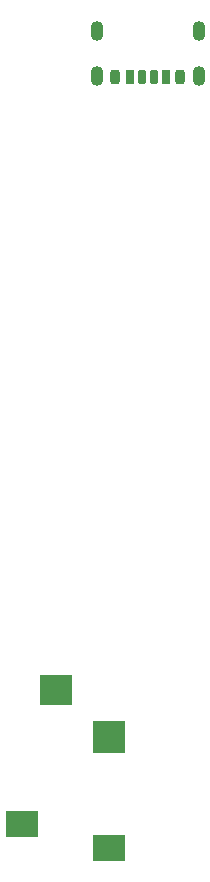
<source format=gbr>
%TF.GenerationSoftware,KiCad,Pcbnew,7.0.11-2.fc39*%
%TF.CreationDate,2024-04-27T19:47:06+02:00*%
%TF.ProjectId,tda2050-devboard,74646132-3035-4302-9d64-6576626f6172,rev?*%
%TF.SameCoordinates,Original*%
%TF.FileFunction,Paste,Top*%
%TF.FilePolarity,Positive*%
%FSLAX46Y46*%
G04 Gerber Fmt 4.6, Leading zero omitted, Abs format (unit mm)*
G04 Created by KiCad (PCBNEW 7.0.11-2.fc39) date 2024-04-27 19:47:06*
%MOMM*%
%LPD*%
G01*
G04 APERTURE LIST*
G04 Aperture macros list*
%AMRoundRect*
0 Rectangle with rounded corners*
0 $1 Rounding radius*
0 $2 $3 $4 $5 $6 $7 $8 $9 X,Y pos of 4 corners*
0 Add a 4 corners polygon primitive as box body*
4,1,4,$2,$3,$4,$5,$6,$7,$8,$9,$2,$3,0*
0 Add four circle primitives for the rounded corners*
1,1,$1+$1,$2,$3*
1,1,$1+$1,$4,$5*
1,1,$1+$1,$6,$7*
1,1,$1+$1,$8,$9*
0 Add four rect primitives between the rounded corners*
20,1,$1+$1,$2,$3,$4,$5,0*
20,1,$1+$1,$4,$5,$6,$7,0*
20,1,$1+$1,$6,$7,$8,$9,0*
20,1,$1+$1,$8,$9,$2,$3,0*%
G04 Aperture macros list end*
%ADD10RoundRect,0.175000X0.175000X0.425000X-0.175000X0.425000X-0.175000X-0.425000X0.175000X-0.425000X0*%
%ADD11RoundRect,0.190000X-0.190000X-0.410000X0.190000X-0.410000X0.190000X0.410000X-0.190000X0.410000X0*%
%ADD12RoundRect,0.200000X-0.200000X-0.400000X0.200000X-0.400000X0.200000X0.400000X-0.200000X0.400000X0*%
%ADD13RoundRect,0.175000X-0.175000X-0.425000X0.175000X-0.425000X0.175000X0.425000X-0.175000X0.425000X0*%
%ADD14RoundRect,0.190000X0.190000X0.410000X-0.190000X0.410000X-0.190000X-0.410000X0.190000X-0.410000X0*%
%ADD15RoundRect,0.200000X0.200000X0.400000X-0.200000X0.400000X-0.200000X-0.400000X0.200000X-0.400000X0*%
%ADD16O,1.100000X1.700000*%
%ADD17R,2.800000X2.200000*%
%ADD18R,2.800000X2.800000*%
%ADD19R,2.800000X2.600000*%
G04 APERTURE END LIST*
D10*
%TO.C,J5*%
X158615000Y-65945000D03*
D11*
X156595000Y-65945000D03*
D12*
X155365000Y-65945000D03*
D13*
X157615000Y-65945000D03*
D14*
X159635000Y-65945000D03*
D15*
X160865000Y-65945000D03*
D16*
X162435000Y-65865000D03*
X162435000Y-62065000D03*
X153795000Y-65865000D03*
X153795000Y-62065000D03*
%TD*%
D17*
%TO.C,J4*%
X147430000Y-129235000D03*
X154830000Y-131235000D03*
D18*
X154830000Y-121835000D03*
D19*
X150380000Y-117835000D03*
%TD*%
M02*

</source>
